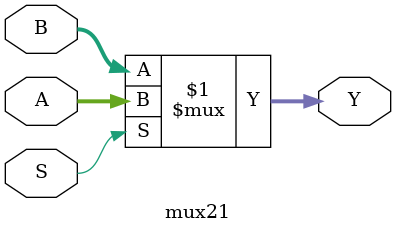
<source format=v>
module mux21
#(parameter n=4)
(
    input S,  
    input [n-1:0]A,
    input [n-1:0]B,
    output [n-1:0]Y
);
    
    assign Y = S ? A : B;
endmodule
</source>
